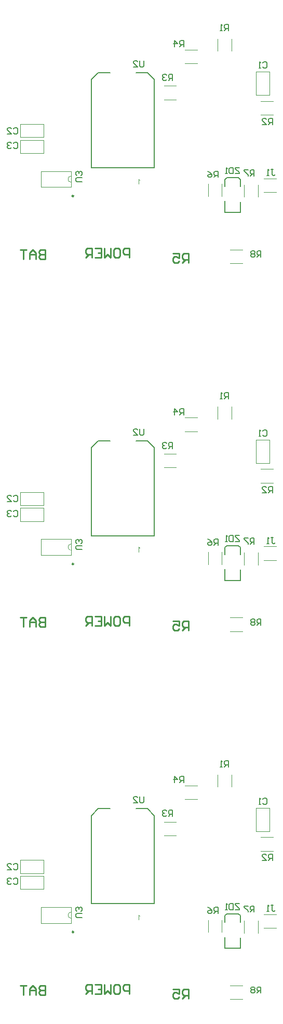
<source format=gto>
G04 Layer_Color=65535*
%FSLAX44Y44*%
%MOMM*%
G71*
G01*
G75*
%ADD35C,0.1000*%
%ADD36C,0.2500*%
%ADD37C,0.2000*%
%ADD38C,0.2540*%
%ADD39C,0.1500*%
D35*
X2367969Y347000D02*
G03*
X2367969Y337000I0J-5000D01*
G01*
X2323469Y384250D02*
Y405750D01*
Y384250D02*
X2285419D01*
Y405750D01*
X2323469D02*
X2285419D01*
X2650219Y313000D02*
Y333000D01*
X2672719Y313000D02*
Y333000D01*
X2647469Y227250D02*
X2627469D01*
X2647469Y204750D02*
X2627469D01*
X2691219Y517000D02*
X2669719D01*
X2691219Y478950D02*
Y517000D01*
Y478950D02*
X2669719D01*
Y517000D01*
X2697469Y446750D02*
X2677469D01*
X2697469Y469250D02*
X2677469D01*
X2613719Y314000D02*
Y334000D01*
X2591219Y314000D02*
Y334000D01*
X2629719Y551000D02*
Y571000D01*
X2607219Y551000D02*
Y571000D01*
X2367969Y329000D02*
Y355000D01*
X2318969D01*
Y329000D02*
Y355000D01*
X2367969Y329000D02*
X2318969D01*
X2323469Y410250D02*
Y431750D01*
Y410250D02*
X2285419D01*
Y431750D01*
X2323469D02*
X2285419D01*
X2539469Y471750D02*
X2519469D01*
X2539469Y494250D02*
X2519469D01*
X2573469Y530750D02*
X2553469D01*
X2573469Y553250D02*
X2553469D01*
X2702469Y343250D02*
X2682469D01*
X2702469Y320750D02*
X2682469D01*
X2479719Y340725D02*
X2478958Y341106D01*
X2477815Y342248D01*
Y334250D01*
X2367969Y947000D02*
G03*
X2367969Y937000I0J-5000D01*
G01*
X2323469Y984250D02*
Y1005750D01*
Y984250D02*
X2285419D01*
Y1005750D01*
X2323469D02*
X2285419D01*
X2650219Y913000D02*
Y933000D01*
X2672719Y913000D02*
Y933000D01*
X2647469Y827250D02*
X2627469D01*
X2647469Y804750D02*
X2627469D01*
X2691219Y1117000D02*
X2669719D01*
X2691219Y1078950D02*
Y1117000D01*
Y1078950D02*
X2669719D01*
Y1117000D01*
X2697469Y1046750D02*
X2677469D01*
X2697469Y1069250D02*
X2677469D01*
X2613719Y914000D02*
Y934000D01*
X2591219Y914000D02*
Y934000D01*
X2629719Y1151000D02*
Y1171000D01*
X2607219Y1151000D02*
Y1171000D01*
X2367969Y929000D02*
Y955000D01*
X2318969D01*
Y929000D02*
Y955000D01*
X2367969Y929000D02*
X2318969D01*
X2323469Y1010250D02*
Y1031750D01*
Y1010250D02*
X2285419D01*
Y1031750D01*
X2323469D02*
X2285419D01*
X2539469Y1071750D02*
X2519469D01*
X2539469Y1094250D02*
X2519469D01*
X2573469Y1130750D02*
X2553469D01*
X2573469Y1153250D02*
X2553469D01*
X2702469Y943250D02*
X2682469D01*
X2702469Y920750D02*
X2682469D01*
X2479719Y940725D02*
X2478958Y941106D01*
X2477815Y942248D01*
Y934250D01*
X2367969Y1547000D02*
G03*
X2367969Y1537000I0J-5000D01*
G01*
X2323469Y1584250D02*
Y1605750D01*
Y1584250D02*
X2285419D01*
Y1605750D01*
X2323469D02*
X2285419D01*
X2650219Y1513000D02*
Y1533000D01*
X2672719Y1513000D02*
Y1533000D01*
X2647469Y1427250D02*
X2627469D01*
X2647469Y1404750D02*
X2627469D01*
X2691219Y1717000D02*
X2669719D01*
X2691219Y1678950D02*
Y1717000D01*
Y1678950D02*
X2669719D01*
Y1717000D01*
X2697469Y1646750D02*
X2677469D01*
X2697469Y1669250D02*
X2677469D01*
X2613719Y1514000D02*
Y1534000D01*
X2591219Y1514000D02*
Y1534000D01*
X2629719Y1751000D02*
Y1771000D01*
X2607219Y1751000D02*
Y1771000D01*
X2367969Y1529000D02*
Y1555000D01*
X2318969D01*
Y1529000D02*
Y1555000D01*
X2367969Y1529000D02*
X2318969D01*
X2323469Y1610250D02*
Y1631750D01*
Y1610250D02*
X2285419D01*
Y1631750D01*
X2323469D02*
X2285419D01*
X2539469Y1671750D02*
X2519469D01*
X2539469Y1694250D02*
X2519469D01*
X2573469Y1730750D02*
X2553469D01*
X2573469Y1753250D02*
X2553469D01*
X2702469Y1543250D02*
X2682469D01*
X2702469Y1520750D02*
X2682469D01*
X2479719Y1540725D02*
X2478958Y1541106D01*
X2477815Y1542248D01*
Y1534250D01*
D36*
X2369719Y314500D02*
G03*
X2369719Y314500I1250J0D01*
G01*
Y914500D02*
G03*
X2369719Y914500I1250J0D01*
G01*
Y1514500D02*
G03*
X2369719Y1514500I1250J0D01*
G01*
D37*
X2401219Y360751D02*
Y504250D01*
X2503719Y360751D02*
Y504250D01*
Y360751D02*
X2401219D01*
X2412469Y515500D02*
X2401219Y504250D01*
X2431469Y515500D02*
X2412469D01*
X2492469Y515500D02*
X2473469D01*
X2503719Y504250D02*
X2492469Y515500D01*
X2643969Y287750D02*
X2618969D01*
X2622157Y344250D02*
X2618969Y341417D01*
X2643969Y341306D02*
X2640657Y344250D01*
X2622157D01*
X2618969Y287750D02*
Y306150D01*
X2643969Y287750D02*
Y305000D01*
Y330150D02*
Y341306D01*
X2618969Y330150D02*
Y341417D01*
X2401219Y960751D02*
Y1104250D01*
X2503719Y960751D02*
Y1104250D01*
Y960751D02*
X2401219D01*
X2412469Y1115500D02*
X2401219Y1104250D01*
X2431469Y1115500D02*
X2412469D01*
X2492469Y1115500D02*
X2473469D01*
X2503719Y1104250D02*
X2492469Y1115500D01*
X2643969Y887750D02*
X2618969D01*
X2622157Y944250D02*
X2618969Y941417D01*
X2643969Y941305D02*
X2640657Y944250D01*
X2622157D01*
X2618969Y887750D02*
Y906150D01*
X2643969Y887750D02*
Y905000D01*
Y930150D02*
Y941305D01*
X2618969Y930150D02*
Y941417D01*
X2401219Y1560751D02*
Y1704250D01*
X2503719Y1560751D02*
Y1704250D01*
Y1560751D02*
X2401219D01*
X2412469Y1715500D02*
X2401219Y1704250D01*
X2431469Y1715500D02*
X2412469D01*
X2492469Y1715500D02*
X2473469D01*
X2503719Y1704250D02*
X2492469Y1715500D01*
X2643969Y1487750D02*
X2618969D01*
X2622157Y1544250D02*
X2618969Y1541417D01*
X2643969Y1541306D02*
X2640657Y1544250D01*
X2622157D01*
X2618969Y1487750D02*
Y1506150D01*
X2643969Y1487750D02*
Y1505000D01*
Y1530150D02*
Y1541306D01*
X2618969Y1530150D02*
Y1541417D01*
D38*
X2325469Y227235D02*
Y212000D01*
X2317852D01*
X2315313Y214539D01*
Y217078D01*
X2317852Y219618D01*
X2325469D01*
X2317852D01*
X2315313Y222157D01*
Y224696D01*
X2317852Y227235D01*
X2325469D01*
X2310234Y212000D02*
Y222157D01*
X2305156Y227235D01*
X2300078Y222157D01*
Y212000D01*
Y219618D01*
X2310234D01*
X2294999Y227235D02*
X2284843D01*
X2289921D01*
Y212000D01*
X2462469Y214000D02*
Y229235D01*
X2454852D01*
X2452313Y226696D01*
Y221618D01*
X2454852Y219078D01*
X2462469D01*
X2439617Y229235D02*
X2444695D01*
X2447234Y226696D01*
Y216539D01*
X2444695Y214000D01*
X2439617D01*
X2437077Y216539D01*
Y226696D01*
X2439617Y229235D01*
X2431999D02*
Y214000D01*
X2426921Y219078D01*
X2421842Y214000D01*
Y229235D01*
X2406607D02*
X2416764D01*
Y214000D01*
X2406607D01*
X2416764Y221618D02*
X2411686D01*
X2401529Y214000D02*
Y229235D01*
X2393911D01*
X2391372Y226696D01*
Y221618D01*
X2393911Y219078D01*
X2401529D01*
X2396451D02*
X2391372Y214000D01*
X2559469Y206000D02*
Y221235D01*
X2551852D01*
X2549313Y218696D01*
Y213617D01*
X2551852Y211078D01*
X2559469D01*
X2554391D02*
X2549313Y206000D01*
X2534077Y221235D02*
X2544234D01*
Y213617D01*
X2539156Y216157D01*
X2536617D01*
X2534077Y213617D01*
Y208539D01*
X2536617Y206000D01*
X2541695D01*
X2544234Y208539D01*
X2325469Y827235D02*
Y812000D01*
X2317852D01*
X2315313Y814539D01*
Y817078D01*
X2317852Y819617D01*
X2325469D01*
X2317852D01*
X2315313Y822157D01*
Y824696D01*
X2317852Y827235D01*
X2325469D01*
X2310234Y812000D02*
Y822157D01*
X2305156Y827235D01*
X2300078Y822157D01*
Y812000D01*
Y819617D01*
X2310234D01*
X2294999Y827235D02*
X2284843D01*
X2289921D01*
Y812000D01*
X2462469Y814000D02*
Y829235D01*
X2454852D01*
X2452313Y826696D01*
Y821618D01*
X2454852Y819078D01*
X2462469D01*
X2439617Y829235D02*
X2444695D01*
X2447234Y826696D01*
Y816539D01*
X2444695Y814000D01*
X2439617D01*
X2437077Y816539D01*
Y826696D01*
X2439617Y829235D01*
X2431999D02*
Y814000D01*
X2426921Y819078D01*
X2421842Y814000D01*
Y829235D01*
X2406607D02*
X2416764D01*
Y814000D01*
X2406607D01*
X2416764Y821618D02*
X2411686D01*
X2401529Y814000D02*
Y829235D01*
X2393911D01*
X2391372Y826696D01*
Y821618D01*
X2393911Y819078D01*
X2401529D01*
X2396451D02*
X2391372Y814000D01*
X2559469Y806000D02*
Y821235D01*
X2551852D01*
X2549313Y818696D01*
Y813617D01*
X2551852Y811078D01*
X2559469D01*
X2554391D02*
X2549313Y806000D01*
X2534077Y821235D02*
X2544234D01*
Y813617D01*
X2539156Y816157D01*
X2536617D01*
X2534077Y813617D01*
Y808539D01*
X2536617Y806000D01*
X2541695D01*
X2544234Y808539D01*
X2325469Y1427235D02*
Y1412000D01*
X2317852D01*
X2315313Y1414539D01*
Y1417078D01*
X2317852Y1419617D01*
X2325469D01*
X2317852D01*
X2315313Y1422157D01*
Y1424696D01*
X2317852Y1427235D01*
X2325469D01*
X2310234Y1412000D02*
Y1422157D01*
X2305156Y1427235D01*
X2300078Y1422157D01*
Y1412000D01*
Y1419617D01*
X2310234D01*
X2294999Y1427235D02*
X2284843D01*
X2289921D01*
Y1412000D01*
X2462469Y1414000D02*
Y1429235D01*
X2454852D01*
X2452313Y1426696D01*
Y1421617D01*
X2454852Y1419078D01*
X2462469D01*
X2439617Y1429235D02*
X2444695D01*
X2447234Y1426696D01*
Y1416539D01*
X2444695Y1414000D01*
X2439617D01*
X2437077Y1416539D01*
Y1426696D01*
X2439617Y1429235D01*
X2431999D02*
Y1414000D01*
X2426921Y1419078D01*
X2421842Y1414000D01*
Y1429235D01*
X2406607D02*
X2416764D01*
Y1414000D01*
X2406607D01*
X2416764Y1421617D02*
X2411686D01*
X2401529Y1414000D02*
Y1429235D01*
X2393911D01*
X2391372Y1426696D01*
Y1421617D01*
X2393911Y1419078D01*
X2401529D01*
X2396451D02*
X2391372Y1414000D01*
X2559469Y1406000D02*
Y1421235D01*
X2551852D01*
X2549313Y1418696D01*
Y1413618D01*
X2551852Y1411078D01*
X2559469D01*
X2554391D02*
X2549313Y1406000D01*
X2534077Y1421235D02*
X2544234D01*
Y1413618D01*
X2539156Y1416157D01*
X2536617D01*
X2534077Y1413618D01*
Y1408539D01*
X2536617Y1406000D01*
X2541695D01*
X2544234Y1408539D01*
D39*
X2680805Y531331D02*
X2682471Y532997D01*
X2685803D01*
X2687469Y531331D01*
Y524666D01*
X2685803Y523000D01*
X2682471D01*
X2680805Y524666D01*
X2677473Y523000D02*
X2674140D01*
X2675806D01*
Y532997D01*
X2677473Y531331D01*
X2273805Y424331D02*
X2275471Y425997D01*
X2278803D01*
X2280469Y424331D01*
Y417666D01*
X2278803Y416000D01*
X2275471D01*
X2273805Y417666D01*
X2263808Y416000D02*
X2270473D01*
X2263808Y422664D01*
Y424331D01*
X2265474Y425997D01*
X2268806D01*
X2270473Y424331D01*
X2273805Y400331D02*
X2275471Y401997D01*
X2278803D01*
X2280469Y400331D01*
Y393666D01*
X2278803Y392000D01*
X2275471D01*
X2273805Y393666D01*
X2270473Y400331D02*
X2268806Y401997D01*
X2265474D01*
X2263808Y400331D01*
Y398665D01*
X2265474Y396998D01*
X2267140D01*
X2265474D01*
X2263808Y395332D01*
Y393666D01*
X2265474Y392000D01*
X2268806D01*
X2270473Y393666D01*
X2624469Y584000D02*
Y593997D01*
X2619471D01*
X2617805Y592331D01*
Y588998D01*
X2619471Y587332D01*
X2624469D01*
X2621137D02*
X2617805Y584000D01*
X2614472D02*
X2611140D01*
X2612806D01*
Y593997D01*
X2614472Y592331D01*
X2696469Y431000D02*
Y440997D01*
X2691471D01*
X2689805Y439331D01*
Y435998D01*
X2691471Y434332D01*
X2696469D01*
X2693137D02*
X2689805Y431000D01*
X2679808D02*
X2686472D01*
X2679808Y437664D01*
Y439331D01*
X2681474Y440997D01*
X2684807D01*
X2686472Y439331D01*
X2533469Y503000D02*
Y512997D01*
X2528471D01*
X2526805Y511331D01*
Y507998D01*
X2528471Y506332D01*
X2533469D01*
X2530137D02*
X2526805Y503000D01*
X2523473Y511331D02*
X2521806Y512997D01*
X2518474D01*
X2516808Y511331D01*
Y509664D01*
X2518474Y507998D01*
X2520140D01*
X2518474D01*
X2516808Y506332D01*
Y504666D01*
X2518474Y503000D01*
X2521806D01*
X2523473Y504666D01*
X2551469Y558000D02*
Y567997D01*
X2546471D01*
X2544805Y566331D01*
Y562998D01*
X2546471Y561332D01*
X2551469D01*
X2548137D02*
X2544805Y558000D01*
X2536474D02*
Y567997D01*
X2541473Y562998D01*
X2534808D01*
X2607469Y345000D02*
Y354997D01*
X2602471D01*
X2600805Y353331D01*
Y349998D01*
X2602471Y348332D01*
X2607469D01*
X2604137D02*
X2600805Y345000D01*
X2590808Y354997D02*
X2594140Y353331D01*
X2597473Y349998D01*
Y346666D01*
X2595806Y345000D01*
X2592474D01*
X2590808Y346666D01*
Y348332D01*
X2592474Y349998D01*
X2597473D01*
X2666469Y347000D02*
Y356997D01*
X2661471D01*
X2659805Y355331D01*
Y351998D01*
X2661471Y350332D01*
X2666469D01*
X2663137D02*
X2659805Y347000D01*
X2656472Y356997D02*
X2649808D01*
Y355331D01*
X2656472Y348666D01*
Y347000D01*
X2677469Y215000D02*
Y224997D01*
X2672471D01*
X2670805Y223331D01*
Y219998D01*
X2672471Y218332D01*
X2677469D01*
X2674137D02*
X2670805Y215000D01*
X2667473Y223331D02*
X2665806Y224997D01*
X2662474D01*
X2660808Y223331D01*
Y221665D01*
X2662474Y219998D01*
X2660808Y218332D01*
Y216666D01*
X2662474Y215000D01*
X2665806D01*
X2667473Y216666D01*
Y218332D01*
X2665806Y219998D01*
X2667473Y221665D01*
Y223331D01*
X2665806Y219998D02*
X2662474D01*
X2385466Y338000D02*
X2377135D01*
X2375469Y339666D01*
Y342998D01*
X2377135Y344664D01*
X2385466D01*
X2383800Y347997D02*
X2385466Y349663D01*
Y352995D01*
X2383800Y354661D01*
X2382134D01*
X2380468Y352995D01*
Y351329D01*
Y352995D01*
X2378802Y354661D01*
X2377135D01*
X2375469Y352995D01*
Y349663D01*
X2377135Y347997D01*
X2642469Y360997D02*
X2635805D01*
Y359331D01*
X2642469Y352666D01*
Y351000D01*
X2635805D01*
X2632473Y360997D02*
Y351000D01*
X2627474D01*
X2625808Y352666D01*
Y359331D01*
X2627474Y360997D01*
X2632473D01*
X2622476Y351000D02*
X2619143D01*
X2620810D01*
Y360997D01*
X2622476Y359331D01*
X2486469Y534997D02*
Y526666D01*
X2484803Y525000D01*
X2481471D01*
X2479805Y526666D01*
Y534997D01*
X2469808Y525000D02*
X2476473D01*
X2469808Y531665D01*
Y533331D01*
X2471474Y534997D01*
X2474806D01*
X2476473Y533331D01*
X2693805Y357997D02*
X2697137D01*
X2695471D01*
Y349666D01*
X2697137Y348000D01*
X2698803D01*
X2700469Y349666D01*
X2690472Y348000D02*
X2687140D01*
X2688806D01*
Y357997D01*
X2690472Y356331D01*
X2680805Y1131331D02*
X2682471Y1132997D01*
X2685803D01*
X2687469Y1131331D01*
Y1124666D01*
X2685803Y1123000D01*
X2682471D01*
X2680805Y1124666D01*
X2677473Y1123000D02*
X2674140D01*
X2675806D01*
Y1132997D01*
X2677473Y1131331D01*
X2273805Y1024331D02*
X2275471Y1025997D01*
X2278803D01*
X2280469Y1024331D01*
Y1017666D01*
X2278803Y1016000D01*
X2275471D01*
X2273805Y1017666D01*
X2263808Y1016000D02*
X2270473D01*
X2263808Y1022664D01*
Y1024331D01*
X2265474Y1025997D01*
X2268806D01*
X2270473Y1024331D01*
X2273805Y1000331D02*
X2275471Y1001997D01*
X2278803D01*
X2280469Y1000331D01*
Y993666D01*
X2278803Y992000D01*
X2275471D01*
X2273805Y993666D01*
X2270473Y1000331D02*
X2268806Y1001997D01*
X2265474D01*
X2263808Y1000331D01*
Y998664D01*
X2265474Y996998D01*
X2267140D01*
X2265474D01*
X2263808Y995332D01*
Y993666D01*
X2265474Y992000D01*
X2268806D01*
X2270473Y993666D01*
X2624469Y1184000D02*
Y1193997D01*
X2619471D01*
X2617805Y1192331D01*
Y1188998D01*
X2619471Y1187332D01*
X2624469D01*
X2621137D02*
X2617805Y1184000D01*
X2614472D02*
X2611140D01*
X2612806D01*
Y1193997D01*
X2614472Y1192331D01*
X2696469Y1031000D02*
Y1040997D01*
X2691471D01*
X2689805Y1039331D01*
Y1035998D01*
X2691471Y1034332D01*
X2696469D01*
X2693137D02*
X2689805Y1031000D01*
X2679808D02*
X2686472D01*
X2679808Y1037664D01*
Y1039331D01*
X2681474Y1040997D01*
X2684807D01*
X2686472Y1039331D01*
X2533469Y1103000D02*
Y1112997D01*
X2528471D01*
X2526805Y1111331D01*
Y1107998D01*
X2528471Y1106332D01*
X2533469D01*
X2530137D02*
X2526805Y1103000D01*
X2523473Y1111331D02*
X2521806Y1112997D01*
X2518474D01*
X2516808Y1111331D01*
Y1109665D01*
X2518474Y1107998D01*
X2520140D01*
X2518474D01*
X2516808Y1106332D01*
Y1104666D01*
X2518474Y1103000D01*
X2521806D01*
X2523473Y1104666D01*
X2551469Y1158000D02*
Y1167997D01*
X2546471D01*
X2544805Y1166331D01*
Y1162998D01*
X2546471Y1161332D01*
X2551469D01*
X2548137D02*
X2544805Y1158000D01*
X2536474D02*
Y1167997D01*
X2541473Y1162998D01*
X2534808D01*
X2607469Y945000D02*
Y954997D01*
X2602471D01*
X2600805Y953331D01*
Y949998D01*
X2602471Y948332D01*
X2607469D01*
X2604137D02*
X2600805Y945000D01*
X2590808Y954997D02*
X2594140Y953331D01*
X2597473Y949998D01*
Y946666D01*
X2595806Y945000D01*
X2592474D01*
X2590808Y946666D01*
Y948332D01*
X2592474Y949998D01*
X2597473D01*
X2666469Y947000D02*
Y956997D01*
X2661471D01*
X2659805Y955331D01*
Y951998D01*
X2661471Y950332D01*
X2666469D01*
X2663137D02*
X2659805Y947000D01*
X2656472Y956997D02*
X2649808D01*
Y955331D01*
X2656472Y948666D01*
Y947000D01*
X2677469Y815000D02*
Y824997D01*
X2672471D01*
X2670805Y823331D01*
Y819998D01*
X2672471Y818332D01*
X2677469D01*
X2674137D02*
X2670805Y815000D01*
X2667473Y823331D02*
X2665806Y824997D01*
X2662474D01*
X2660808Y823331D01*
Y821665D01*
X2662474Y819998D01*
X2660808Y818332D01*
Y816666D01*
X2662474Y815000D01*
X2665806D01*
X2667473Y816666D01*
Y818332D01*
X2665806Y819998D01*
X2667473Y821665D01*
Y823331D01*
X2665806Y819998D02*
X2662474D01*
X2385466Y938000D02*
X2377135D01*
X2375469Y939666D01*
Y942998D01*
X2377135Y944665D01*
X2385466D01*
X2383800Y947997D02*
X2385466Y949663D01*
Y952995D01*
X2383800Y954661D01*
X2382134D01*
X2380468Y952995D01*
Y951329D01*
Y952995D01*
X2378802Y954661D01*
X2377135D01*
X2375469Y952995D01*
Y949663D01*
X2377135Y947997D01*
X2642469Y960997D02*
X2635805D01*
Y959331D01*
X2642469Y952666D01*
Y951000D01*
X2635805D01*
X2632473Y960997D02*
Y951000D01*
X2627474D01*
X2625808Y952666D01*
Y959331D01*
X2627474Y960997D01*
X2632473D01*
X2622476Y951000D02*
X2619143D01*
X2620810D01*
Y960997D01*
X2622476Y959331D01*
X2486469Y1134997D02*
Y1126666D01*
X2484803Y1125000D01*
X2481471D01*
X2479805Y1126666D01*
Y1134997D01*
X2469808Y1125000D02*
X2476473D01*
X2469808Y1131665D01*
Y1133331D01*
X2471474Y1134997D01*
X2474806D01*
X2476473Y1133331D01*
X2693805Y957997D02*
X2697137D01*
X2695471D01*
Y949666D01*
X2697137Y948000D01*
X2698803D01*
X2700469Y949666D01*
X2690472Y948000D02*
X2687140D01*
X2688806D01*
Y957997D01*
X2690472Y956331D01*
X2680805Y1731331D02*
X2682471Y1732997D01*
X2685803D01*
X2687469Y1731331D01*
Y1724666D01*
X2685803Y1723000D01*
X2682471D01*
X2680805Y1724666D01*
X2677473Y1723000D02*
X2674140D01*
X2675806D01*
Y1732997D01*
X2677473Y1731331D01*
X2273805Y1624331D02*
X2275471Y1625997D01*
X2278803D01*
X2280469Y1624331D01*
Y1617666D01*
X2278803Y1616000D01*
X2275471D01*
X2273805Y1617666D01*
X2263808Y1616000D02*
X2270473D01*
X2263808Y1622664D01*
Y1624331D01*
X2265474Y1625997D01*
X2268806D01*
X2270473Y1624331D01*
X2273805Y1600331D02*
X2275471Y1601997D01*
X2278803D01*
X2280469Y1600331D01*
Y1593666D01*
X2278803Y1592000D01*
X2275471D01*
X2273805Y1593666D01*
X2270473Y1600331D02*
X2268806Y1601997D01*
X2265474D01*
X2263808Y1600331D01*
Y1598665D01*
X2265474Y1596998D01*
X2267140D01*
X2265474D01*
X2263808Y1595332D01*
Y1593666D01*
X2265474Y1592000D01*
X2268806D01*
X2270473Y1593666D01*
X2624469Y1784000D02*
Y1793997D01*
X2619471D01*
X2617805Y1792331D01*
Y1788998D01*
X2619471Y1787332D01*
X2624469D01*
X2621137D02*
X2617805Y1784000D01*
X2614472D02*
X2611140D01*
X2612806D01*
Y1793997D01*
X2614472Y1792331D01*
X2696469Y1631000D02*
Y1640997D01*
X2691471D01*
X2689805Y1639331D01*
Y1635998D01*
X2691471Y1634332D01*
X2696469D01*
X2693137D02*
X2689805Y1631000D01*
X2679808D02*
X2686472D01*
X2679808Y1637664D01*
Y1639331D01*
X2681474Y1640997D01*
X2684807D01*
X2686472Y1639331D01*
X2533469Y1703000D02*
Y1712997D01*
X2528471D01*
X2526805Y1711331D01*
Y1707998D01*
X2528471Y1706332D01*
X2533469D01*
X2530137D02*
X2526805Y1703000D01*
X2523473Y1711331D02*
X2521806Y1712997D01*
X2518474D01*
X2516808Y1711331D01*
Y1709664D01*
X2518474Y1707998D01*
X2520140D01*
X2518474D01*
X2516808Y1706332D01*
Y1704666D01*
X2518474Y1703000D01*
X2521806D01*
X2523473Y1704666D01*
X2551469Y1758000D02*
Y1767997D01*
X2546471D01*
X2544805Y1766331D01*
Y1762998D01*
X2546471Y1761332D01*
X2551469D01*
X2548137D02*
X2544805Y1758000D01*
X2536474D02*
Y1767997D01*
X2541473Y1762998D01*
X2534808D01*
X2607469Y1545000D02*
Y1554997D01*
X2602471D01*
X2600805Y1553331D01*
Y1549998D01*
X2602471Y1548332D01*
X2607469D01*
X2604137D02*
X2600805Y1545000D01*
X2590808Y1554997D02*
X2594140Y1553331D01*
X2597473Y1549998D01*
Y1546666D01*
X2595806Y1545000D01*
X2592474D01*
X2590808Y1546666D01*
Y1548332D01*
X2592474Y1549998D01*
X2597473D01*
X2666469Y1547000D02*
Y1556997D01*
X2661471D01*
X2659805Y1555331D01*
Y1551998D01*
X2661471Y1550332D01*
X2666469D01*
X2663137D02*
X2659805Y1547000D01*
X2656472Y1556997D02*
X2649808D01*
Y1555331D01*
X2656472Y1548666D01*
Y1547000D01*
X2677469Y1415000D02*
Y1424997D01*
X2672471D01*
X2670805Y1423331D01*
Y1419998D01*
X2672471Y1418332D01*
X2677469D01*
X2674137D02*
X2670805Y1415000D01*
X2667473Y1423331D02*
X2665806Y1424997D01*
X2662474D01*
X2660808Y1423331D01*
Y1421664D01*
X2662474Y1419998D01*
X2660808Y1418332D01*
Y1416666D01*
X2662474Y1415000D01*
X2665806D01*
X2667473Y1416666D01*
Y1418332D01*
X2665806Y1419998D01*
X2667473Y1421664D01*
Y1423331D01*
X2665806Y1419998D02*
X2662474D01*
X2385466Y1538000D02*
X2377135D01*
X2375469Y1539666D01*
Y1542998D01*
X2377135Y1544664D01*
X2385466D01*
X2383800Y1547997D02*
X2385466Y1549663D01*
Y1552995D01*
X2383800Y1554661D01*
X2382134D01*
X2380468Y1552995D01*
Y1551329D01*
Y1552995D01*
X2378802Y1554661D01*
X2377135D01*
X2375469Y1552995D01*
Y1549663D01*
X2377135Y1547997D01*
X2642469Y1560997D02*
X2635805D01*
Y1559331D01*
X2642469Y1552666D01*
Y1551000D01*
X2635805D01*
X2632473Y1560997D02*
Y1551000D01*
X2627474D01*
X2625808Y1552666D01*
Y1559331D01*
X2627474Y1560997D01*
X2632473D01*
X2622476Y1551000D02*
X2619143D01*
X2620810D01*
Y1560997D01*
X2622476Y1559331D01*
X2486469Y1734997D02*
Y1726666D01*
X2484803Y1725000D01*
X2481471D01*
X2479805Y1726666D01*
Y1734997D01*
X2469808Y1725000D02*
X2476473D01*
X2469808Y1731664D01*
Y1733331D01*
X2471474Y1734997D01*
X2474806D01*
X2476473Y1733331D01*
X2693805Y1557997D02*
X2697137D01*
X2695471D01*
Y1549666D01*
X2697137Y1548000D01*
X2698803D01*
X2700469Y1549666D01*
X2690472Y1548000D02*
X2687140D01*
X2688806D01*
Y1557997D01*
X2690472Y1556331D01*
M02*

</source>
